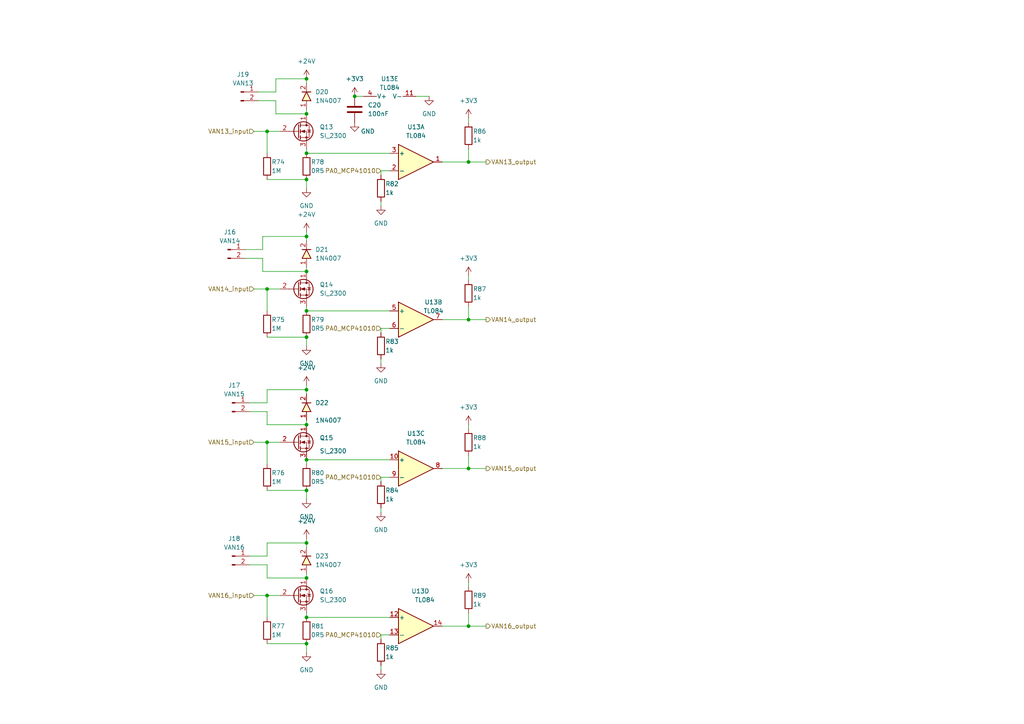
<source format=kicad_sch>
(kicad_sch (version 20211123) (generator eeschema)
  (paper "A4")
  (lib_symbols
    (symbol "Amplifier_Operational:TL084" (pin_names (offset 0.127))
      (property "Reference" "U" (at 0 5.08 0))
      (property "Value" "TL084" (at 0 -5.08 0))
      (symbol "TL084_1_1"
        (polyline (pts (xy -5.08 5.08) (xy 5.08 0) (xy -5.08 -5.08) (xy -5.08 5.08)) (stroke (width 0.254)) (fill (type background)))
        (pin output line (at 7.62 0 180) (length 2.54) (name "~") (number "1"))
        (pin input line (at -7.62 -2.54 0) (length 2.54) (name "-") (number "2"))
        (pin input line (at -7.62 2.54 0) (length 2.54) (name "+") (number "3"))
      )
      (symbol "TL084_2_1"
        (polyline (pts (xy -5.08 5.08) (xy 5.08 0) (xy -5.08 -5.08) (xy -5.08 5.08)) (stroke (width 0.254)) (fill (type background)))
        (pin input line (at -7.62 2.54 0) (length 2.54) (name "+") (number "5"))
        (pin input line (at -7.62 -2.54 0) (length 2.54) (name "-") (number "6"))
        (pin output line (at 7.62 0 180) (length 2.54) (name "~") (number "7"))
      )
      (symbol "TL084_3_1"
        (polyline (pts (xy -5.08 5.08) (xy 5.08 0) (xy -5.08 -5.08) (xy -5.08 5.08)) (stroke (width 0.254)) (fill (type background)))
        (pin input line (at -7.62 2.54 0) (length 2.54) (name "+") (number "10"))
        (pin output line (at 7.62 0 180) (length 2.54) (name "~") (number "8"))
        (pin input line (at -7.62 -2.54 0) (length 2.54) (name "-") (number "9"))
      )
      (symbol "TL084_4_1"
        (polyline (pts (xy -5.08 5.08) (xy 5.08 0) (xy -5.08 -5.08) (xy -5.08 5.08)) (stroke (width 0.254)) (fill (type background)))
        (pin input line (at -7.62 2.54 0) (length 2.54) (name "+") (number "12"))
        (pin input line (at -7.62 -2.54 0) (length 2.54) (name "-") (number "13"))
        (pin output line (at 7.62 0 180) (length 2.54) (name "~") (number "14"))
      )
      (symbol "TL084_5_1"
        (pin power_in line (at -2.54 -7.62 90) (length 3.81) (name "V-") (number "11"))
        (pin power_in line (at -2.54 7.62 270) (length 3.81) (name "V+") (number "4"))
      )
    )
    (symbol "Connector:Conn_01x02_Male" (pin_names (offset 1.016) hide)
      (property "Reference" "J" (at 0 2.54 0))
      (property "Value" "Conn_01x02_Male" (at 0 -5.08 0))
      (symbol "Conn_01x02_Male_1_1"
        (polyline (pts (xy 1.27 -2.54) (xy 0.8636 -2.54)) (stroke (width 0.1524)))
        (polyline (pts (xy 1.27 0) (xy 0.8636 0)) (stroke (width 0.1524)))
        (rectangle (start 0.8636 -2.413) (end 0 -2.667) (stroke (width 0.1524)) (fill (type outline)))
        (rectangle (start 0.8636 0.127) (end 0 -0.127) (stroke (width 0.1524)) (fill (type outline)))
        (pin passive line (at 5.08 0 180) (length 3.81) (name "Pin_1") (number "1"))
        (pin passive line (at 5.08 -2.54 180) (length 3.81) (name "Pin_2") (number "2"))
      )
    )
    (symbol "Device:C" (pin_numbers hide) (pin_names (offset 0.254))
      (property "Reference" "C" (at 0.635 2.54 0))
      (property "Value" "C" (at 0.635 -2.54 0))
      (symbol "C_0_1"
        (polyline (pts (xy -2.032 -0.762) (xy 2.032 -0.762)) (stroke (width 0.508)))
        (polyline (pts (xy -2.032 0.762) (xy 2.032 0.762)) (stroke (width 0.508)))
      )
      (symbol "C_1_1"
        (pin passive line (at 0 3.81 270) (length 2.794) (name "~") (number "1"))
        (pin passive line (at 0 -3.81 90) (length 2.794) (name "~") (number "2"))
      )
    )
    (symbol "Device:Q_NMOS_DGS" (pin_names (offset 0) hide)
      (property "Reference" "Q" (at 5.08 1.27 0))
      (property "Value" "Q_NMOS_DGS" (at 5.08 -1.27 0))
      (symbol "Q_NMOS_DGS_0_1"
        (polyline (pts (xy 0.254 0) (xy -2.54 0)))
        (polyline (pts (xy 0.254 1.905) (xy 0.254 -1.905)) (stroke (width 0.254)))
        (polyline (pts (xy 0.762 -1.27) (xy 0.762 -2.286)) (stroke (width 0.254)))
        (polyline (pts (xy 0.762 0.508) (xy 0.762 -0.508)) (stroke (width 0.254)))
        (polyline (pts (xy 0.762 2.286) (xy 0.762 1.27)) (stroke (width 0.254)))
        (polyline (pts (xy 2.54 2.54) (xy 2.54 1.778)))
        (polyline (pts (xy 2.54 -2.54) (xy 2.54 0) (xy 0.762 0)))
        (polyline (pts (xy 0.762 -1.778) (xy 3.302 -1.778) (xy 3.302 1.778) (xy 0.762 1.778)))
        (polyline (pts (xy 1.016 0) (xy 2.032 0.381) (xy 2.032 -0.381) (xy 1.016 0)) (fill (type outline)))
        (polyline (pts (xy 2.794 0.508) (xy 2.921 0.381) (xy 3.683 0.381) (xy 3.81 0.254)))
        (polyline (pts (xy 3.302 0.381) (xy 2.921 -0.254) (xy 3.683 -0.254) (xy 3.302 0.381)))
        (circle (center 1.651 0) (radius 2.794) (stroke (width 0.254)))
        (circle (center 2.54 -1.778) (radius 0.254) (fill (type outline)))
        (circle (center 2.54 1.778) (radius 0.254) (fill (type outline)))
      )
      (symbol "Q_NMOS_DGS_1_1"
        (pin passive line (at 2.54 5.08 270) (length 2.54) (name "D") (number "1"))
        (pin input line (at -5.08 0 0) (length 2.54) (name "G") (number "2"))
        (pin passive line (at 2.54 -5.08 90) (length 2.54) (name "S") (number "3"))
      )
    )
    (symbol "Device:R" (pin_numbers hide) (pin_names (offset 0))
      (property "Reference" "R" (at 2.032 0 90))
      (property "Value" "R" (at 0 0 90))
      (symbol "R_0_1"
        (rectangle (start -1.016 -2.54) (end 1.016 2.54) (stroke (width 0.254)))
      )
      (symbol "R_1_1"
        (pin passive line (at 0 3.81 270) (length 1.27) (name "~") (number "1"))
        (pin passive line (at 0 -3.81 90) (length 1.27) (name "~") (number "2"))
      )
    )
    (symbol "IVS_SYMBOL_DIR:D_Diode"
      (property "Reference" "D" (at 0 2.54 0))
      (property "Value" "D_Diode" (at 0 -2.54 0))
      (symbol "D_Diode_0_1"
        (polyline (pts (xy 0 1.27) (xy 0 -1.27)) (stroke (width 0.254)))
        (polyline (pts (xy 2.54 1.27) (xy 2.54 -1.27) (xy 0 0) (xy 2.54 1.27)) (stroke (width 0.254)) (fill (type background)))
      )
      (symbol "D_Diode_1_1"
        (pin passive line (at 5.08 0 180) (length 2.54) (name "") (number "1"))
        (pin passive line (at -2.54 0 0) (length 2.54) (name "") (number "2"))
      )
    )
    (symbol "power:+24V" (power) (pin_names (offset 0))
      (property "Value" "+24V" (at 0 3.556 0))
      (symbol "+24V_0_1"
        (polyline (pts (xy -0.762 1.27) (xy 0 2.54)))
        (polyline (pts (xy 0 0) (xy 0 2.54)))
        (polyline (pts (xy 0 2.54) (xy 0.762 1.27)))
      )
      (symbol "+24V_1_1"
        (pin power_in line (at 0 0 90) (length 0) hide (name "+24V") (number "1"))
      )
    )
    (symbol "power:+3V3" (power) (pin_names (offset 0))
      (property "Value" "+3V3" (at 0 3.556 0))
      (symbol "+3V3_0_1"
        (polyline (pts (xy -0.762 1.27) (xy 0 2.54)))
        (polyline (pts (xy 0 0) (xy 0 2.54)))
        (polyline (pts (xy 0 2.54) (xy 0.762 1.27)))
      )
      (symbol "+3V3_1_1"
        (pin power_in line (at 0 0 90) (length 0) hide (name "+3V3") (number "1"))
      )
    )
    (symbol "power:GND" (power) (pin_names (offset 0))
      (property "Value" "GND" (at 0 -3.81 0))
      (symbol "GND_0_1"
        (polyline (pts (xy 0 0) (xy 0 -1.27) (xy 1.27 -1.27) (xy 0 -2.54) (xy -1.27 -1.27) (xy 0 -1.27)))
      )
      (symbol "GND_1_1"
        (pin power_in line (at 0 0 270) (length 0) hide (name "GND") (number "1"))
      )
    )
  )
  (junction (at 135.89 92.71))
  (junction (at 88.9 113.03))
  (junction (at 88.9 123.19))
  (junction (at 88.9 33.02))
  (junction (at 88.9 97.79))
  (junction (at 88.9 186.69))
  (junction (at 88.9 133.35))
  (junction (at 135.89 46.99))
  (junction (at 88.9 78.74))
  (junction (at 102.87 27.94))
  (junction (at 88.9 44.45))
  (junction (at 77.47 83.82))
  (junction (at 88.9 167.64))
  (junction (at 88.9 22.86))
  (junction (at 135.89 181.61))
  (junction (at 88.9 68.58))
  (junction (at 88.9 142.24))
  (junction (at 88.9 52.07))
  (junction (at 88.9 179.07))
  (junction (at 88.9 90.17))
  (junction (at 77.47 172.72))
  (junction (at 88.9 157.48))
  (junction (at 135.89 135.89))
  (junction (at 77.47 38.1))
  (junction (at 77.47 128.27))
  (wire (pts (xy 88.9 88.9) (xy 88.9 90.17)))
  (wire (pts (xy 88.9 186.69) (xy 88.9 189.23)))
  (wire (pts (xy 77.47 52.07) (xy 88.9 52.07)))
  (wire (pts (xy 72.39 161.29) (xy 77.47 161.29)))
  (wire (pts (xy 88.9 113.03) (xy 88.9 114.3)))
  (wire (pts (xy 135.89 43.18) (xy 135.89 46.99)))
  (wire (pts (xy 73.66 38.1) (xy 77.47 38.1)))
  (wire (pts (xy 74.93 29.21) (xy 80.01 29.21)))
  (wire (pts (xy 128.27 46.99) (xy 135.89 46.99)))
  (wire (pts (xy 135.89 170.18) (xy 135.89 168.91)))
  (wire (pts (xy 88.9 177.8) (xy 88.9 179.07)))
  (wire (pts (xy 88.9 22.86) (xy 88.9 24.13)))
  (wire (pts (xy 88.9 133.35) (xy 113.03 133.35)))
  (wire (pts (xy 72.39 163.83) (xy 77.47 163.83)))
  (wire (pts (xy 77.47 83.82) (xy 81.28 83.82)))
  (wire (pts (xy 88.9 111.76) (xy 88.9 113.03)))
  (wire (pts (xy 77.47 128.27) (xy 81.28 128.27)))
  (wire (pts (xy 77.47 116.84) (xy 77.47 113.03)))
  (wire (pts (xy 88.9 179.07) (xy 113.03 179.07)))
  (wire (pts (xy 73.66 83.82) (xy 77.47 83.82)))
  (wire (pts (xy 88.9 43.18) (xy 88.9 44.45)))
  (wire (pts (xy 124.46 27.94) (xy 120.65 27.94)))
  (wire (pts (xy 77.47 97.79) (xy 88.9 97.79)))
  (wire (pts (xy 135.89 135.89) (xy 140.97 135.89)))
  (wire (pts (xy 77.47 161.29) (xy 77.47 157.48)))
  (wire (pts (xy 76.2 72.39) (xy 76.2 68.58)))
  (wire (pts (xy 88.9 133.35) (xy 88.9 134.62)))
  (wire (pts (xy 110.49 50.8) (xy 110.49 49.53)))
  (wire (pts (xy 77.47 44.45) (xy 77.47 38.1)))
  (wire (pts (xy 77.47 38.1) (xy 81.28 38.1)))
  (wire (pts (xy 71.12 72.39) (xy 76.2 72.39)))
  (wire (pts (xy 88.9 52.07) (xy 88.9 54.61)))
  (wire (pts (xy 88.9 166.37) (xy 88.9 167.64)))
  (wire (pts (xy 77.47 186.69) (xy 88.9 186.69)))
  (wire (pts (xy 88.9 77.47) (xy 88.9 78.74)))
  (wire (pts (xy 135.89 35.56) (xy 135.89 34.29)))
  (wire (pts (xy 88.9 31.75) (xy 88.9 33.02)))
  (wire (pts (xy 80.01 22.86) (xy 88.9 22.86)))
  (wire (pts (xy 110.49 105.41) (xy 110.49 104.14)))
  (wire (pts (xy 80.01 26.67) (xy 80.01 22.86)))
  (wire (pts (xy 88.9 157.48) (xy 88.9 158.75)))
  (wire (pts (xy 76.2 68.58) (xy 88.9 68.58)))
  (wire (pts (xy 76.2 78.74) (xy 88.9 78.74)))
  (wire (pts (xy 77.47 119.38) (xy 77.47 123.19)))
  (wire (pts (xy 80.01 29.21) (xy 80.01 33.02)))
  (wire (pts (xy 77.47 113.03) (xy 88.9 113.03)))
  (wire (pts (xy 135.89 46.99) (xy 140.97 46.99)))
  (wire (pts (xy 73.66 172.72) (xy 77.47 172.72)))
  (wire (pts (xy 110.49 95.25) (xy 113.03 95.25)))
  (wire (pts (xy 88.9 44.45) (xy 113.03 44.45)))
  (wire (pts (xy 77.47 123.19) (xy 88.9 123.19)))
  (wire (pts (xy 110.49 184.15) (xy 113.03 184.15)))
  (wire (pts (xy 110.49 185.42) (xy 110.49 184.15)))
  (wire (pts (xy 74.93 26.67) (xy 80.01 26.67)))
  (wire (pts (xy 110.49 49.53) (xy 113.03 49.53)))
  (wire (pts (xy 88.9 97.79) (xy 88.9 100.33)))
  (wire (pts (xy 77.47 134.62) (xy 77.47 128.27)))
  (wire (pts (xy 128.27 92.71) (xy 135.89 92.71)))
  (wire (pts (xy 72.39 116.84) (xy 77.47 116.84)))
  (wire (pts (xy 76.2 74.93) (xy 76.2 78.74)))
  (wire (pts (xy 135.89 81.28) (xy 135.89 80.01)))
  (wire (pts (xy 88.9 90.17) (xy 113.03 90.17)))
  (wire (pts (xy 80.01 33.02) (xy 88.9 33.02)))
  (wire (pts (xy 77.47 163.83) (xy 77.47 167.64)))
  (wire (pts (xy 135.89 181.61) (xy 140.97 181.61)))
  (wire (pts (xy 110.49 138.43) (xy 113.03 138.43)))
  (wire (pts (xy 128.27 181.61) (xy 135.89 181.61)))
  (wire (pts (xy 135.89 88.9) (xy 135.89 92.71)))
  (wire (pts (xy 135.89 124.46) (xy 135.89 123.19)))
  (wire (pts (xy 128.27 135.89) (xy 135.89 135.89)))
  (wire (pts (xy 88.9 156.21) (xy 88.9 157.48)))
  (wire (pts (xy 135.89 177.8) (xy 135.89 181.61)))
  (wire (pts (xy 110.49 148.59) (xy 110.49 147.32)))
  (wire (pts (xy 77.47 90.17) (xy 77.47 83.82)))
  (wire (pts (xy 110.49 96.52) (xy 110.49 95.25)))
  (wire (pts (xy 88.9 68.58) (xy 88.9 69.85)))
  (wire (pts (xy 77.47 179.07) (xy 77.47 172.72)))
  (wire (pts (xy 72.39 119.38) (xy 77.47 119.38)))
  (wire (pts (xy 110.49 59.69) (xy 110.49 58.42)))
  (wire (pts (xy 73.66 128.27) (xy 77.47 128.27)))
  (wire (pts (xy 135.89 92.71) (xy 140.97 92.71)))
  (wire (pts (xy 77.47 157.48) (xy 88.9 157.48)))
  (wire (pts (xy 88.9 142.24) (xy 88.9 144.78)))
  (wire (pts (xy 77.47 172.72) (xy 81.28 172.72)))
  (wire (pts (xy 77.47 167.64) (xy 88.9 167.64)))
  (wire (pts (xy 110.49 194.31) (xy 110.49 193.04)))
  (wire (pts (xy 88.9 121.92) (xy 88.9 123.19)))
  (wire (pts (xy 88.9 67.31) (xy 88.9 68.58)))
  (wire (pts (xy 102.87 27.94) (xy 105.41 27.94)))
  (wire (pts (xy 110.49 139.7) (xy 110.49 138.43)))
  (wire (pts (xy 77.47 142.24) (xy 88.9 142.24)))
  (wire (pts (xy 135.89 132.08) (xy 135.89 135.89)))
  (wire (pts (xy 71.12 74.93) (xy 76.2 74.93)))
  (hierarchical_label "PA0_MCP41010" (shape input) (at 110.49 95.25 180))
  (hierarchical_label "VAN14_output" (shape output) (at 140.97 92.71 0))
  (hierarchical_label "VAN13_output" (shape output) (at 140.97 46.99 0))
  (hierarchical_label "VAN15_input" (shape input) (at 73.66 128.27 180))
  (hierarchical_label "VAN15_output" (shape output) (at 140.97 135.89 0))
  (hierarchical_label "VAN16_output" (shape output) (at 140.97 181.61 0))
  (hierarchical_label "VAN16_input" (shape input) (at 73.66 172.72 180))
  (hierarchical_label "VAN13_input" (shape input) (at 73.66 38.1 180))
  (hierarchical_label "VAN14_input" (shape input) (at 73.66 83.82 180))
  (hierarchical_label "PA0_MCP41010" (shape input) (at 110.49 138.43 180))
  (hierarchical_label "PA0_MCP41010" (shape input) (at 110.49 49.53 180))
  (hierarchical_label "PA0_MCP41010" (shape input) (at 110.49 184.15 180))
  (symbol (lib_id "Device:R") (at 77.47 93.98 0) (unit 1)
    (property "Reference" "R75" (at 78.74 92.71 0) (effects (justify left)))
    (property "Value" "1M" (at 78.74 95.25 0) (effects (justify left)))
  )
  (symbol (lib_id "Connector:Conn_01x02_Male") (at 67.31 161.29 0) (unit 1)
    (property "Reference" "J18" (at 67.945 156.21 0))
    (property "Value" "VAN16" (at 67.945 158.75 0))
  )
  (symbol (lib_id "power:GND") (at 88.9 100.33 0) (unit 1)
    (property "Reference" "#PWR0222" (effects hide))
    (property "Value" "GND" (at 88.9 105.41 0))
  )
  (symbol (lib_id "power:+3V3") (at 135.89 123.19 0) (unit 1)
    (property "Reference" "#PWR0220" (effects hide))
    (property "Value" "+3V3" (at 135.89 118.11 0))
  )
  (symbol (lib_id "Device:Q_NMOS_DGS") (at 86.36 172.72 0) (unit 1)
    (property "Reference" "Q16" (at 92.71 171.4499 0) (effects (justify left)))
    (property "Value" "SI_2300" (at 92.71 173.9899 0) (effects (justify left)))
    (property "Footprint" "IVS_FOOTPRINTS:SOT23-3" (effects hide))
  )
  (symbol (lib_id "Device:Q_NMOS_DGS") (at 86.36 38.1 0) (unit 1)
    (property "Reference" "Q13" (at 92.71 36.8299 0) (effects (justify left)))
    (property "Value" "SI_2300" (at 92.71 39.3699 0) (effects (justify left)))
    (property "Footprint" "IVS_FOOTPRINTS:SOT23-3" (effects hide))
  )
  (symbol (lib_id "Device:R") (at 135.89 128.27 0) (unit 1)
    (property "Reference" "R88" (at 137.16 127 0) (effects (justify left)))
    (property "Value" "1k" (at 137.16 129.54 0) (effects (justify left)))
  )
  (symbol (lib_id "Connector:Conn_01x02_Male") (at 66.04 72.39 0) (unit 1)
    (property "Reference" "J16" (at 66.675 67.31 0))
    (property "Value" "VAN14" (at 66.675 69.85 0))
  )
  (symbol (lib_id "power:GND") (at 124.46 27.94 0) (unit 1)
    (property "Reference" "#PWR0237" (effects hide))
    (property "Value" "GND" (at 124.46 33.02 0))
  )
  (symbol (lib_id "Device:R") (at 135.89 85.09 0) (unit 1)
    (property "Reference" "R87" (at 137.16 83.82 0) (effects (justify left)))
    (property "Value" "1k" (at 137.16 86.36 0) (effects (justify left)))
  )
  (symbol (lib_id "IVS_SYMBOL_DIR:D_Diode") (at 88.9 161.29 270) (unit 1)
    (property "Reference" "D23" (at 91.44 161.2899 90) (effects (justify left)))
    (property "Value" "1N4007" (at 91.44 163.8299 90) (effects (justify left)))
    (property "Footprint" "IVS_FOOTPRINTS:D_MiniMELF" (effects hide))
  )
  (symbol (lib_id "Device:C") (at 102.87 31.75 0) (unit 1)
    (property "Reference" "C20" (at 106.68 30.4799 0) (effects (justify left)))
    (property "Value" "100nF" (at 106.68 33.0199 0) (effects (justify left)))
  )
  (symbol (lib_id "IVS_SYMBOL_DIR:D_Diode") (at 88.9 116.84 270) (unit 1)
    (property "Reference" "D22" (at 91.44 116.8399 90) (effects (justify left)))
    (property "Value" "1N4007" (at 91.44 121.9199 90) (effects (justify left)))
    (property "Footprint" "IVS_FOOTPRINTS:D_MiniMELF" (effects hide))
  )
  (symbol (lib_id "Device:Q_NMOS_DGS") (at 86.36 83.82 0) (unit 1)
    (property "Reference" "Q14" (at 92.71 82.5499 0) (effects (justify left)))
    (property "Value" "SI_2300" (at 92.71 85.0899 0) (effects (justify left)))
    (property "Footprint" "IVS_FOOTPRINTS:SOT23-3" (effects hide))
  )
  (symbol (lib_id "Connector:Conn_01x02_Male") (at 67.31 116.84 0) (unit 1)
    (property "Reference" "J17" (at 67.945 111.76 0))
    (property "Value" "VAN15" (at 67.945 114.3 0))
  )
  (symbol (lib_id "power:+3V3") (at 135.89 80.01 0) (unit 1)
    (property "Reference" "#PWR0224" (effects hide))
    (property "Value" "+3V3" (at 135.89 74.93 0))
  )
  (symbol (lib_id "Device:R") (at 135.89 39.37 0) (unit 1)
    (property "Reference" "R86" (at 137.16 38.1 0) (effects (justify left)))
    (property "Value" "1k" (at 137.16 40.64 0) (effects (justify left)))
  )
  (symbol (lib_id "Amplifier_Operational:TL084") (at 113.03 25.4 90) (unit 5)
    (property "Reference" "U13" (at 113.03 22.86 90))
    (property "Value" "TL084" (at 113.03 25.4 90))
    (property "Footprint" "IVS_FOOTPRINTS:TSSOP14" (effects hide))
    (property "Datasheet" "http://www.ti.com/lit/ds/symlink/tl081.pdf" (effects hide))
  )
  (symbol (lib_id "power:GND") (at 110.49 148.59 0) (unit 1)
    (property "Reference" "#PWR0229" (effects hide))
    (property "Value" "GND" (at 110.49 153.67 0))
  )
  (symbol (lib_id "Connector:Conn_01x02_Male") (at 69.85 26.67 0) (unit 1)
    (property "Reference" "J19" (at 70.485 21.59 0))
    (property "Value" "VAN13" (at 70.485 24.13 0))
  )
  (symbol (lib_id "Device:R") (at 88.9 138.43 0) (unit 1)
    (property "Reference" "R80" (at 90.17 137.16 0) (effects (justify left)))
    (property "Value" "0R5" (at 90.17 139.7 0) (effects (justify left)))
  )
  (symbol (lib_id "power:GND") (at 88.9 144.78 0) (unit 1)
    (property "Reference" "#PWR0219" (effects hide))
    (property "Value" "GND" (at 88.9 149.86 0))
  )
  (symbol (lib_id "IVS_SYMBOL_DIR:D_Diode") (at 88.9 72.39 270) (unit 1)
    (property "Reference" "D21" (at 91.44 72.3899 90) (effects (justify left)))
    (property "Value" "1N4007" (at 91.44 74.9299 90) (effects (justify left)))
    (property "Footprint" "IVS_FOOTPRINTS:D_MiniMELF" (effects hide))
  )
  (symbol (lib_id "power:GND") (at 110.49 105.41 0) (unit 1)
    (property "Reference" "#PWR0221" (effects hide))
    (property "Value" "GND" (at 110.49 110.49 0))
  )
  (symbol (lib_id "Device:R") (at 88.9 48.26 0) (unit 1)
    (property "Reference" "R78" (at 90.17 46.99 0) (effects (justify left)))
    (property "Value" "0R5" (at 90.17 49.53 0) (effects (justify left)))
  )
  (symbol (lib_id "Device:R") (at 88.9 93.98 0) (unit 1)
    (property "Reference" "R79" (at 90.17 92.71 0) (effects (justify left)))
    (property "Value" "0R5" (at 90.17 95.25 0) (effects (justify left)))
  )
  (symbol (lib_id "power:GND") (at 102.87 35.56 0) (unit 1)
    (property "Reference" "#PWR0235" (effects hide))
    (property "Value" "GND" (at 106.68 38.1 0))
  )
  (symbol (lib_id "Device:R") (at 77.47 182.88 0) (unit 1)
    (property "Reference" "R77" (at 78.74 181.61 0) (effects (justify left)))
    (property "Value" "1M" (at 78.74 184.15 0) (effects (justify left)))
  )
  (symbol (lib_id "Device:R") (at 77.47 138.43 0) (unit 1)
    (property "Reference" "R76" (at 78.74 137.16 0) (effects (justify left)))
    (property "Value" "1M" (at 78.74 139.7 0) (effects (justify left)))
  )
  (symbol (lib_id "Amplifier_Operational:TL084") (at 120.65 92.71 0) (unit 2)
    (property "Reference" "U13" (at 125.73 87.63 0))
    (property "Value" "TL084" (at 125.73 90.17 0))
    (property "Footprint" "IVS_FOOTPRINTS:TSSOP14" (effects hide))
    (property "Datasheet" "http://www.ti.com/lit/ds/symlink/tl081.pdf" (effects hide))
  )
  (symbol (lib_id "power:+24V") (at 88.9 67.31 0) (unit 1)
    (property "Reference" "#PWR0232" (effects hide))
    (property "Value" "+24V" (at 88.9 62.23 0))
  )
  (symbol (lib_id "Device:R") (at 110.49 100.33 0) (unit 1)
    (property "Reference" "R83" (at 111.76 99.06 0) (effects (justify left)))
    (property "Value" "1k" (at 111.76 101.6 0) (effects (justify left)))
  )
  (symbol (lib_id "IVS_SYMBOL_DIR:D_Diode") (at 88.9 26.67 270) (unit 1)
    (property "Reference" "D20" (at 91.44 26.6699 90) (effects (justify left)))
    (property "Value" "1N4007" (at 91.44 29.2099 90) (effects (justify left)))
    (property "Footprint" "IVS_FOOTPRINTS:D_MiniMELF" (effects hide))
  )
  (symbol (lib_id "Device:R") (at 110.49 143.51 0) (unit 1)
    (property "Reference" "R84" (at 111.76 142.24 0) (effects (justify left)))
    (property "Value" "1k" (at 111.76 144.78 0) (effects (justify left)))
  )
  (symbol (lib_id "Device:R") (at 135.89 173.99 0) (unit 1)
    (property "Reference" "R89" (at 137.16 172.72 0) (effects (justify left)))
    (property "Value" "1k" (at 137.16 175.26 0) (effects (justify left)))
  )
  (symbol (lib_id "Device:R") (at 110.49 54.61 0) (unit 1)
    (property "Reference" "R82" (at 111.76 53.34 0) (effects (justify left)))
    (property "Value" "1k" (at 111.76 55.88 0) (effects (justify left)))
  )
  (symbol (lib_id "power:+24V") (at 88.9 156.21 0) (unit 1)
    (property "Reference" "#PWR0230" (effects hide))
    (property "Value" "+24V" (at 88.9 151.13 0))
  )
  (symbol (lib_id "Device:R") (at 77.47 48.26 0) (unit 1)
    (property "Reference" "R74" (at 78.74 46.99 0) (effects (justify left)))
    (property "Value" "1M" (at 78.74 49.53 0) (effects (justify left)))
  )
  (symbol (lib_id "Device:Q_NMOS_DGS") (at 86.36 128.27 0) (unit 1)
    (property "Reference" "Q15" (at 92.71 126.9999 0) (effects (justify left)))
    (property "Value" "SI_2300" (at 92.71 130.81 0) (effects (justify left)))
    (property "Footprint" "IVS_FOOTPRINTS:SOT23-3" (effects hide))
  )
  (symbol (lib_id "Amplifier_Operational:TL084") (at 120.65 46.99 0) (unit 1)
    (property "Reference" "U13" (at 120.65 36.83 0))
    (property "Value" "TL084" (at 120.65 39.37 0))
    (property "Footprint" "IVS_FOOTPRINTS:TSSOP14" (effects hide))
    (property "Datasheet" "http://www.ti.com/lit/ds/symlink/tl081.pdf" (effects hide))
  )
  (symbol (lib_id "power:+3V3") (at 102.87 27.94 0) (unit 1)
    (property "Reference" "#PWR0236" (effects hide))
    (property "Value" "+3V3" (at 102.87 22.86 0))
  )
  (symbol (lib_id "power:+24V") (at 88.9 111.76 0) (unit 1)
    (property "Reference" "#PWR0223" (effects hide))
    (property "Value" "+24V" (at 88.9 106.68 0))
  )
  (symbol (lib_id "Device:R") (at 88.9 182.88 0) (unit 1)
    (property "Reference" "R81" (at 90.17 181.61 0) (effects (justify left)))
    (property "Value" "0R5" (at 90.17 184.15 0) (effects (justify left)))
  )
  (symbol (lib_id "power:GND") (at 88.9 189.23 0) (unit 1)
    (property "Reference" "#PWR0226" (effects hide))
    (property "Value" "GND" (at 88.9 194.31 0))
  )
  (symbol (lib_id "Device:R") (at 110.49 189.23 0) (unit 1)
    (property "Reference" "R85" (at 111.76 187.96 0) (effects (justify left)))
    (property "Value" "1k" (at 111.76 190.5 0) (effects (justify left)))
  )
  (symbol (lib_id "Amplifier_Operational:TL084") (at 120.65 181.61 0) (unit 4)
    (property "Reference" "U13" (at 121.92 171.45 0))
    (property "Value" "TL084" (at 123.19 173.99 0))
    (property "Footprint" "IVS_FOOTPRINTS:TSSOP14" (effects hide))
    (property "Datasheet" "http://www.ti.com/lit/ds/symlink/tl081.pdf" (effects hide))
  )
  (symbol (lib_id "power:GND") (at 110.49 194.31 0) (unit 1)
    (property "Reference" "#PWR0227" (effects hide))
    (property "Value" "GND" (at 110.49 199.39 0))
  )
  (symbol (lib_id "power:GND") (at 110.49 59.69 0) (unit 1)
    (property "Reference" "#PWR0233" (effects hide))
    (property "Value" "GND" (at 110.49 64.77 0))
  )
  (symbol (lib_id "power:GND") (at 88.9 54.61 0) (unit 1)
    (property "Reference" "#PWR0231" (effects hide))
    (property "Value" "GND" (at 88.9 59.69 0))
  )
  (symbol (lib_id "power:+24V") (at 88.9 22.86 0) (unit 1)
    (property "Reference" "#PWR0225" (effects hide))
    (property "Value" "+24V" (at 88.9 17.78 0))
  )
  (symbol (lib_id "power:+3V3") (at 135.89 34.29 0) (unit 1)
    (property "Reference" "#PWR0234" (effects hide))
    (property "Value" "+3V3" (at 135.89 29.21 0))
  )
  (symbol (lib_id "power:+3V3") (at 135.89 168.91 0) (unit 1)
    (property "Reference" "#PWR0228" (effects hide))
    (property "Value" "+3V3" (at 135.89 163.83 0))
  )
  (symbol (lib_id "Amplifier_Operational:TL084") (at 120.65 135.89 0) (unit 3)
    (property "Reference" "U13" (at 120.65 125.73 0))
    (property "Value" "TL084" (at 120.65 128.27 0))
    (property "Footprint" "IVS_FOOTPRINTS:TSSOP14" (effects hide))
    (property "Datasheet" "http://www.ti.com/lit/ds/symlink/tl081.pdf" (effects hide))
  )
)
</source>
